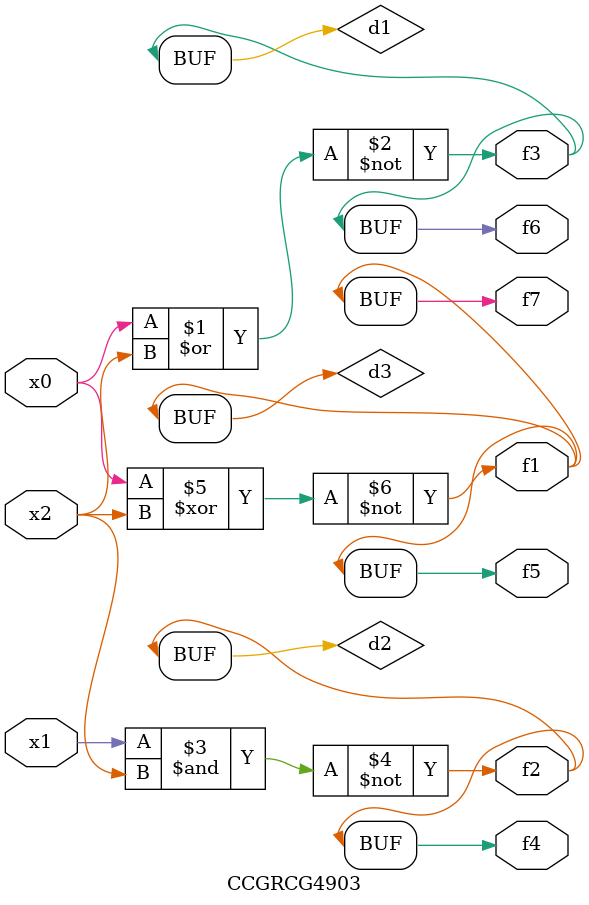
<source format=v>
module CCGRCG4903(
	input x0, x1, x2,
	output f1, f2, f3, f4, f5, f6, f7
);

	wire d1, d2, d3;

	nor (d1, x0, x2);
	nand (d2, x1, x2);
	xnor (d3, x0, x2);
	assign f1 = d3;
	assign f2 = d2;
	assign f3 = d1;
	assign f4 = d2;
	assign f5 = d3;
	assign f6 = d1;
	assign f7 = d3;
endmodule

</source>
